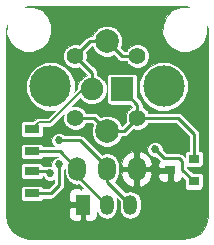
<source format=gtl>
%TF.GenerationSoftware,KiCad,Pcbnew,4.0.7-e2-6376~58~ubuntu16.04.1*%
%TF.CreationDate,2018-01-20T15:47:02+01:00*%
%TF.ProjectId,BasicModule,42617369634D6F64756C652E6B696361,rev?*%
%TF.FileFunction,Copper,L1,Top,Signal*%
%FSLAX46Y46*%
G04 Gerber Fmt 4.6, Leading zero omitted, Abs format (unit mm)*
G04 Created by KiCad (PCBNEW 4.0.7-e2-6376~58~ubuntu16.04.1) date Sat Jan 20 15:47:02 2018*
%MOMM*%
%LPD*%
G01*
G04 APERTURE LIST*
%ADD10C,0.100000*%
%ADD11R,1.200000X1.700000*%
%ADD12O,1.200000X1.700000*%
%ADD13C,1.407160*%
%ADD14C,2.000000*%
%ADD15O,1.500000X2.000000*%
%ADD16C,3.500000*%
%ADD17R,1.900000X2.000000*%
%ADD18C,1.900000*%
%ADD19R,0.900000X0.800000*%
%ADD20R,1.300000X0.700000*%
%ADD21C,0.685800*%
%ADD22C,0.254000*%
%ADD23C,0.152400*%
G04 APERTURE END LIST*
D10*
D11*
X6985000Y-17145000D03*
D12*
X8985000Y-17145000D03*
X10985000Y-17145000D03*
D13*
X6334760Y-9794240D03*
X6329680Y-4538980D03*
X11590020Y-4551680D03*
X11595100Y-9806940D03*
D14*
X9017000Y-10911840D03*
X9017000Y-3312160D03*
D15*
X6517000Y-14112000D03*
X9017000Y-14112000D03*
X11517000Y-14112000D03*
D16*
X4217000Y-7112000D03*
X13817000Y-7112000D03*
D17*
X10287000Y-7366000D03*
D18*
X7747000Y-7366000D03*
D19*
X16367000Y-15174000D03*
X16367000Y-13274000D03*
X14367000Y-14224000D03*
D20*
X2667000Y-14290000D03*
X2667000Y-16190000D03*
X2667000Y-10734000D03*
X2667000Y-12634000D03*
D21*
X13081000Y-12446000D03*
X4953000Y-13716000D03*
X4191000Y-14478000D03*
X4953000Y-11684000D03*
D22*
X11595100Y-9806940D02*
X15013940Y-9806940D01*
X16367000Y-11160000D02*
X16367000Y-13274000D01*
X15013940Y-9806940D02*
X16367000Y-11160000D01*
X11595100Y-9806940D02*
X11595100Y-8674100D01*
X11595100Y-8674100D02*
X10287000Y-7366000D01*
X9017000Y-10911840D02*
X10490200Y-10911840D01*
X10490200Y-10911840D02*
X11595100Y-9806940D01*
X6334760Y-9794240D02*
X7899400Y-9794240D01*
X7899400Y-9794240D02*
X9017000Y-10911840D01*
D23*
X7747000Y-7366000D02*
X6985000Y-7366000D01*
X6985000Y-7366000D02*
X4191000Y-10160000D01*
X3241000Y-10160000D02*
X2667000Y-10734000D01*
X4191000Y-10160000D02*
X3241000Y-10160000D01*
D22*
X7747000Y-7366000D02*
X7747000Y-5956300D01*
X7747000Y-5956300D02*
X6329680Y-4538980D01*
X11590020Y-4551680D02*
X10256520Y-4551680D01*
X10256520Y-4551680D02*
X9017000Y-3312160D01*
X9017000Y-3312160D02*
X7556500Y-3312160D01*
X7556500Y-3312160D02*
X6329680Y-4538980D01*
X11517000Y-14112000D02*
X14255000Y-14112000D01*
X14255000Y-14112000D02*
X14367000Y-14224000D01*
X6517000Y-14112000D02*
X6517000Y-14677000D01*
X6517000Y-14677000D02*
X8985000Y-17145000D01*
X6517000Y-14112000D02*
X6517000Y-14264000D01*
X9239000Y-16986000D02*
X9239000Y-17145000D01*
X2667000Y-12634000D02*
X5039000Y-12634000D01*
X5039000Y-12634000D02*
X6517000Y-14112000D01*
X6517000Y-14112000D02*
X6517000Y-14772000D01*
X2667000Y-16190000D02*
X4257000Y-16190000D01*
X15367000Y-14174000D02*
X16367000Y-15174000D01*
X15367000Y-13462000D02*
X15367000Y-14174000D01*
X15113000Y-13208000D02*
X15367000Y-13462000D01*
X13843000Y-13208000D02*
X15113000Y-13208000D01*
X13081000Y-12446000D02*
X13843000Y-13208000D01*
X4953000Y-15494000D02*
X4953000Y-13716000D01*
X4257000Y-16190000D02*
X4953000Y-15494000D01*
X9017000Y-14112000D02*
X9017000Y-15177000D01*
X9017000Y-15177000D02*
X10985000Y-17145000D01*
X9017000Y-14112000D02*
X9017000Y-13970000D01*
X9017000Y-13970000D02*
X6731000Y-11684000D01*
X4003000Y-14290000D02*
X2667000Y-14290000D01*
X4191000Y-14478000D02*
X4003000Y-14290000D01*
X6731000Y-11684000D02*
X4953000Y-11684000D01*
D10*
G36*
X15935874Y-382274D02*
X15243932Y-381670D01*
X14543879Y-670926D01*
X14007808Y-1206062D01*
X13717331Y-1905609D01*
X13716670Y-2663068D01*
X14005926Y-3363121D01*
X14541062Y-3899192D01*
X15240609Y-4189669D01*
X15998068Y-4190330D01*
X16698121Y-3901074D01*
X17234192Y-3365938D01*
X17524669Y-2666391D01*
X17525273Y-1973877D01*
X17593500Y-2316876D01*
X17593500Y-18121314D01*
X17396318Y-18887633D01*
X16934509Y-19502038D01*
X16272728Y-19892949D01*
X15471888Y-20006500D01*
X2325686Y-20006500D01*
X1559367Y-19809318D01*
X944962Y-19347509D01*
X554051Y-18685728D01*
X440500Y-17884888D01*
X440500Y-17488500D01*
X5827000Y-17488500D01*
X5827000Y-18105993D01*
X5911951Y-18311082D01*
X6068918Y-18468050D01*
X6274007Y-18553000D01*
X6641500Y-18553000D01*
X6781000Y-18413500D01*
X6781000Y-17349000D01*
X5966500Y-17349000D01*
X5827000Y-17488500D01*
X440500Y-17488500D01*
X440500Y-12284000D01*
X1707045Y-12284000D01*
X1707045Y-12984000D01*
X1728243Y-13096655D01*
X1794822Y-13200123D01*
X1896410Y-13269535D01*
X2017000Y-13293955D01*
X3317000Y-13293955D01*
X3429655Y-13272757D01*
X3533123Y-13206178D01*
X3602535Y-13104590D01*
X3610552Y-13065000D01*
X4860474Y-13065000D01*
X4864496Y-13069022D01*
X4824888Y-13068987D01*
X4587039Y-13167265D01*
X4404904Y-13349082D01*
X4306212Y-13586759D01*
X4305998Y-13831200D01*
X4062888Y-13830987D01*
X3995092Y-13859000D01*
X3611713Y-13859000D01*
X3605757Y-13827345D01*
X3539178Y-13723877D01*
X3437590Y-13654465D01*
X3317000Y-13630045D01*
X2017000Y-13630045D01*
X1904345Y-13651243D01*
X1800877Y-13717822D01*
X1731465Y-13819410D01*
X1707045Y-13940000D01*
X1707045Y-14640000D01*
X1728243Y-14752655D01*
X1794822Y-14856123D01*
X1896410Y-14925535D01*
X2017000Y-14949955D01*
X3317000Y-14949955D01*
X3429655Y-14928757D01*
X3533123Y-14862178D01*
X3602535Y-14760590D01*
X3604272Y-14752012D01*
X3642265Y-14843961D01*
X3824082Y-15026096D01*
X4061759Y-15124788D01*
X4319112Y-15125013D01*
X4522000Y-15041181D01*
X4522000Y-15315474D01*
X4078474Y-15759000D01*
X3611713Y-15759000D01*
X3605757Y-15727345D01*
X3539178Y-15623877D01*
X3437590Y-15554465D01*
X3317000Y-15530045D01*
X2017000Y-15530045D01*
X1904345Y-15551243D01*
X1800877Y-15617822D01*
X1731465Y-15719410D01*
X1707045Y-15840000D01*
X1707045Y-16540000D01*
X1728243Y-16652655D01*
X1794822Y-16756123D01*
X1896410Y-16825535D01*
X2017000Y-16849955D01*
X3317000Y-16849955D01*
X3429655Y-16828757D01*
X3533123Y-16762178D01*
X3602535Y-16660590D01*
X3610552Y-16621000D01*
X4257000Y-16621000D01*
X4421937Y-16588192D01*
X4561763Y-16494763D01*
X5257763Y-15798763D01*
X5351193Y-15658936D01*
X5384000Y-15494000D01*
X5384000Y-14199810D01*
X5463000Y-14120947D01*
X5463000Y-14387547D01*
X5543231Y-14790895D01*
X5771709Y-15132838D01*
X6113652Y-15361316D01*
X6517000Y-15441547D01*
X6646301Y-15415827D01*
X6967474Y-15737000D01*
X6780998Y-15737000D01*
X6780998Y-15876498D01*
X6641500Y-15737000D01*
X6274007Y-15737000D01*
X6068918Y-15821950D01*
X5911951Y-15978918D01*
X5827000Y-16184007D01*
X5827000Y-16801500D01*
X5966500Y-16941000D01*
X6781000Y-16941000D01*
X6781000Y-16921000D01*
X7189000Y-16921000D01*
X7189000Y-16941000D01*
X7209000Y-16941000D01*
X7209000Y-17349000D01*
X7189000Y-17349000D01*
X7189000Y-18413500D01*
X7328500Y-18553000D01*
X7695993Y-18553000D01*
X7901082Y-18468050D01*
X8058049Y-18311082D01*
X8143000Y-18105993D01*
X8143000Y-17729303D01*
X8149813Y-17763554D01*
X8345775Y-18056833D01*
X8639054Y-18252795D01*
X8985000Y-18321608D01*
X9330946Y-18252795D01*
X9624225Y-18056833D01*
X9820187Y-17763554D01*
X9889000Y-17417608D01*
X9889000Y-16872392D01*
X9835896Y-16605422D01*
X10084628Y-16854154D01*
X10081000Y-16872392D01*
X10081000Y-17417608D01*
X10149813Y-17763554D01*
X10345775Y-18056833D01*
X10639054Y-18252795D01*
X10985000Y-18321608D01*
X11330946Y-18252795D01*
X11624225Y-18056833D01*
X11820187Y-17763554D01*
X11889000Y-17417608D01*
X11889000Y-16872392D01*
X11820187Y-16526446D01*
X11624225Y-16233167D01*
X11330946Y-16037205D01*
X10985000Y-15968392D01*
X10639054Y-16037205D01*
X10547743Y-16098217D01*
X9654432Y-15204906D01*
X9762291Y-15132838D01*
X9990769Y-14790895D01*
X10044306Y-14521742D01*
X10214374Y-14521742D01*
X10374661Y-15008076D01*
X10708859Y-15396051D01*
X11113399Y-15606175D01*
X11313000Y-15512555D01*
X11313000Y-14316000D01*
X11721000Y-14316000D01*
X11721000Y-15512555D01*
X11920601Y-15606175D01*
X12325141Y-15396051D01*
X12659339Y-15008076D01*
X12805863Y-14563500D01*
X13359000Y-14563500D01*
X13359000Y-14734993D01*
X13443951Y-14940082D01*
X13600918Y-15097050D01*
X13806007Y-15182000D01*
X14023500Y-15182000D01*
X14163000Y-15042500D01*
X14163000Y-14424000D01*
X13498500Y-14424000D01*
X13359000Y-14563500D01*
X12805863Y-14563500D01*
X12819626Y-14521742D01*
X12689078Y-14316000D01*
X11721000Y-14316000D01*
X11313000Y-14316000D01*
X10344922Y-14316000D01*
X10214374Y-14521742D01*
X10044306Y-14521742D01*
X10071000Y-14387547D01*
X10071000Y-13836453D01*
X10044307Y-13702258D01*
X10214374Y-13702258D01*
X10344922Y-13908000D01*
X11313000Y-13908000D01*
X11313000Y-12711445D01*
X11721000Y-12711445D01*
X11721000Y-13908000D01*
X12689078Y-13908000D01*
X12819626Y-13702258D01*
X12659339Y-13215924D01*
X12325141Y-12827949D01*
X11920601Y-12617825D01*
X11721000Y-12711445D01*
X11313000Y-12711445D01*
X11113399Y-12617825D01*
X10708859Y-12827949D01*
X10374661Y-13215924D01*
X10214374Y-13702258D01*
X10044307Y-13702258D01*
X9990769Y-13433105D01*
X9762291Y-13091162D01*
X9420348Y-12862684D01*
X9017000Y-12782453D01*
X8613652Y-12862684D01*
X8557038Y-12900512D01*
X7035763Y-11379237D01*
X6981291Y-11342840D01*
X6895937Y-11285808D01*
X6731000Y-11253000D01*
X5436810Y-11253000D01*
X5319918Y-11135904D01*
X5082241Y-11037212D01*
X4824888Y-11036987D01*
X4587039Y-11135265D01*
X4404904Y-11317082D01*
X4306212Y-11554759D01*
X4305987Y-11812112D01*
X4404265Y-12049961D01*
X4557037Y-12203000D01*
X3611713Y-12203000D01*
X3605757Y-12171345D01*
X3539178Y-12067877D01*
X3437590Y-11998465D01*
X3317000Y-11974045D01*
X2017000Y-11974045D01*
X1904345Y-11995243D01*
X1800877Y-12061822D01*
X1731465Y-12163410D01*
X1707045Y-12284000D01*
X440500Y-12284000D01*
X440500Y-10384000D01*
X1707045Y-10384000D01*
X1707045Y-11084000D01*
X1728243Y-11196655D01*
X1794822Y-11300123D01*
X1896410Y-11369535D01*
X2017000Y-11393955D01*
X3317000Y-11393955D01*
X3429655Y-11372757D01*
X3533123Y-11306178D01*
X3602535Y-11204590D01*
X3626955Y-11084000D01*
X3626955Y-10540200D01*
X4191000Y-10540200D01*
X4336496Y-10511259D01*
X4459842Y-10428842D01*
X5349802Y-9538882D01*
X5327355Y-9592941D01*
X5327005Y-9993781D01*
X5480077Y-10364243D01*
X5763266Y-10647927D01*
X6133461Y-10801645D01*
X6534301Y-10801995D01*
X6904763Y-10648923D01*
X7188447Y-10365734D01*
X7246785Y-10225240D01*
X7720874Y-10225240D01*
X7840484Y-10344850D01*
X7713227Y-10651320D01*
X7712774Y-11170084D01*
X7910878Y-11649532D01*
X8277379Y-12016673D01*
X8756480Y-12215613D01*
X9275244Y-12216066D01*
X9754692Y-12017962D01*
X10121833Y-11651461D01*
X10249984Y-11342840D01*
X10490200Y-11342840D01*
X10655137Y-11310032D01*
X10794963Y-11216603D01*
X11254898Y-10756668D01*
X11393801Y-10814345D01*
X11794641Y-10814695D01*
X12165103Y-10661623D01*
X12448787Y-10378434D01*
X12507125Y-10237940D01*
X14835414Y-10237940D01*
X15936000Y-11338526D01*
X15936000Y-12564045D01*
X15917000Y-12564045D01*
X15804345Y-12585243D01*
X15700877Y-12651822D01*
X15631465Y-12753410D01*
X15607045Y-12874000D01*
X15607045Y-13092519D01*
X15417763Y-12903237D01*
X15357071Y-12862684D01*
X15277937Y-12809808D01*
X15113000Y-12777000D01*
X14021526Y-12777000D01*
X13727868Y-12483342D01*
X13728013Y-12317888D01*
X13629735Y-12080039D01*
X13447918Y-11897904D01*
X13210241Y-11799212D01*
X12952888Y-11798987D01*
X12715039Y-11897265D01*
X12532904Y-12079082D01*
X12434212Y-12316759D01*
X12433987Y-12574112D01*
X12532265Y-12811961D01*
X12714082Y-12994096D01*
X12951759Y-13092788D01*
X13118408Y-13092934D01*
X13488671Y-13463197D01*
X13443951Y-13507918D01*
X13359000Y-13713007D01*
X13359000Y-13884500D01*
X13498500Y-14024000D01*
X14163000Y-14024000D01*
X14163000Y-14000000D01*
X14571000Y-14000000D01*
X14571000Y-14024000D01*
X14591000Y-14024000D01*
X14591000Y-14424000D01*
X14571000Y-14424000D01*
X14571000Y-15042500D01*
X14710500Y-15182000D01*
X14927993Y-15182000D01*
X15133082Y-15097050D01*
X15290049Y-14940082D01*
X15358442Y-14774968D01*
X15607045Y-15023571D01*
X15607045Y-15574000D01*
X15628243Y-15686655D01*
X15694822Y-15790123D01*
X15796410Y-15859535D01*
X15917000Y-15883955D01*
X16817000Y-15883955D01*
X16929655Y-15862757D01*
X17033123Y-15796178D01*
X17102535Y-15694590D01*
X17126955Y-15574000D01*
X17126955Y-14774000D01*
X17105757Y-14661345D01*
X17039178Y-14557877D01*
X16937590Y-14488465D01*
X16817000Y-14464045D01*
X16266571Y-14464045D01*
X15798000Y-13995474D01*
X15798000Y-13959857D01*
X15917000Y-13983955D01*
X16817000Y-13983955D01*
X16929655Y-13962757D01*
X17033123Y-13896178D01*
X17102535Y-13794590D01*
X17126955Y-13674000D01*
X17126955Y-12874000D01*
X17105757Y-12761345D01*
X17039178Y-12657877D01*
X16937590Y-12588465D01*
X16817000Y-12564045D01*
X16798000Y-12564045D01*
X16798000Y-11160000D01*
X16765192Y-10995063D01*
X16671763Y-10855237D01*
X15318703Y-9502177D01*
X15299696Y-9489477D01*
X15178877Y-9408748D01*
X15013940Y-9375940D01*
X12507218Y-9375940D01*
X12449783Y-9236937D01*
X12166594Y-8953253D01*
X12026100Y-8894915D01*
X12026100Y-8674100D01*
X11993293Y-8509164D01*
X11899863Y-8369337D01*
X11546955Y-8016429D01*
X11546955Y-7518773D01*
X11762644Y-7518773D01*
X12074688Y-8273977D01*
X12651983Y-8852281D01*
X13406642Y-9165642D01*
X14223773Y-9166356D01*
X14978977Y-8854312D01*
X15557281Y-8277017D01*
X15870642Y-7522358D01*
X15871356Y-6705227D01*
X15559312Y-5950023D01*
X14982017Y-5371719D01*
X14227358Y-5058358D01*
X13410227Y-5057644D01*
X12655023Y-5369688D01*
X12076719Y-5946983D01*
X11763358Y-6701642D01*
X11762644Y-7518773D01*
X11546955Y-7518773D01*
X11546955Y-6366000D01*
X11525757Y-6253345D01*
X11459178Y-6149877D01*
X11357590Y-6080465D01*
X11237000Y-6056045D01*
X9337000Y-6056045D01*
X9224345Y-6077243D01*
X9120877Y-6143822D01*
X9051465Y-6245410D01*
X9027045Y-6366000D01*
X9027045Y-8366000D01*
X9048243Y-8478655D01*
X9114822Y-8582123D01*
X9216410Y-8651535D01*
X9337000Y-8675955D01*
X10987429Y-8675955D01*
X11164100Y-8852626D01*
X11164100Y-8894822D01*
X11025097Y-8952257D01*
X10741413Y-9235446D01*
X10587695Y-9605641D01*
X10587345Y-10006481D01*
X10645438Y-10147076D01*
X10311674Y-10480840D01*
X10249845Y-10480840D01*
X10123122Y-10174148D01*
X9756621Y-9807007D01*
X9277520Y-9608067D01*
X8758756Y-9607614D01*
X8449912Y-9735226D01*
X8204163Y-9489477D01*
X8064337Y-9396048D01*
X7899400Y-9363240D01*
X7246878Y-9363240D01*
X7189443Y-9224237D01*
X6906254Y-8940553D01*
X6536059Y-8786835D01*
X6135219Y-8786485D01*
X6078948Y-8809736D01*
X6748228Y-8140456D01*
X7035739Y-8428469D01*
X7496470Y-8619782D01*
X7995342Y-8620217D01*
X8456406Y-8429709D01*
X8809469Y-8077261D01*
X9000782Y-7616530D01*
X9001217Y-7117658D01*
X8810709Y-6656594D01*
X8458261Y-6303531D01*
X8178000Y-6187156D01*
X8178000Y-5956300D01*
X8145192Y-5791363D01*
X8051763Y-5651537D01*
X7279408Y-4879182D01*
X7337085Y-4740279D01*
X7337435Y-4339439D01*
X7279342Y-4198844D01*
X7735026Y-3743160D01*
X7784155Y-3743160D01*
X7910878Y-4049852D01*
X8277379Y-4416993D01*
X8756480Y-4615933D01*
X9275244Y-4616386D01*
X9584088Y-4488774D01*
X9951757Y-4856443D01*
X10091583Y-4949872D01*
X10256520Y-4982680D01*
X10677902Y-4982680D01*
X10735337Y-5121683D01*
X11018526Y-5405367D01*
X11388721Y-5559085D01*
X11789561Y-5559435D01*
X12160023Y-5406363D01*
X12443707Y-5123174D01*
X12597425Y-4752979D01*
X12597775Y-4352139D01*
X12444703Y-3981677D01*
X12161514Y-3697993D01*
X11791319Y-3544275D01*
X11390479Y-3543925D01*
X11020017Y-3696997D01*
X10736333Y-3980186D01*
X10677995Y-4120680D01*
X10435046Y-4120680D01*
X10193516Y-3879150D01*
X10320773Y-3572680D01*
X10321226Y-3053916D01*
X10123122Y-2574468D01*
X9756621Y-2207327D01*
X9277520Y-2008387D01*
X8758756Y-2007934D01*
X8279308Y-2206038D01*
X7912167Y-2572539D01*
X7784016Y-2881160D01*
X7556500Y-2881160D01*
X7391563Y-2913968D01*
X7251737Y-3007397D01*
X6669882Y-3589252D01*
X6530979Y-3531575D01*
X6130139Y-3531225D01*
X5759677Y-3684297D01*
X5475993Y-3967486D01*
X5322275Y-4337681D01*
X5321925Y-4738521D01*
X5474997Y-5108983D01*
X5758186Y-5392667D01*
X6128381Y-5546385D01*
X6529221Y-5546735D01*
X6669816Y-5488642D01*
X7316000Y-6134826D01*
X7316000Y-6187256D01*
X7037594Y-6302291D01*
X6684531Y-6654739D01*
X6493218Y-7115470D01*
X6493039Y-7320277D01*
X6256216Y-7557100D01*
X6270642Y-7522358D01*
X6271356Y-6705227D01*
X5959312Y-5950023D01*
X5382017Y-5371719D01*
X4627358Y-5058358D01*
X3810227Y-5057644D01*
X3055023Y-5369688D01*
X2476719Y-5946983D01*
X2163358Y-6701642D01*
X2162644Y-7518773D01*
X2474688Y-8273977D01*
X3051983Y-8852281D01*
X3806642Y-9165642D01*
X4623773Y-9166356D01*
X4663287Y-9150029D01*
X4033516Y-9779800D01*
X3241000Y-9779800D01*
X3095504Y-9808741D01*
X2972158Y-9891158D01*
X2789271Y-10074045D01*
X2017000Y-10074045D01*
X1904345Y-10095243D01*
X1800877Y-10161822D01*
X1731465Y-10263410D01*
X1707045Y-10384000D01*
X440500Y-10384000D01*
X440500Y-2435112D01*
X509292Y-1949943D01*
X508670Y-2663068D01*
X797926Y-3363121D01*
X1333062Y-3899192D01*
X2032609Y-4189669D01*
X2790068Y-4190330D01*
X3490121Y-3901074D01*
X4026192Y-3365938D01*
X4316669Y-2666391D01*
X4317330Y-1908932D01*
X4028074Y-1208879D01*
X3492938Y-672808D01*
X2793391Y-382331D01*
X2060670Y-381692D01*
X2325686Y-313500D01*
X15590124Y-313500D01*
X15935874Y-382274D01*
X15935874Y-382274D01*
G37*
X15935874Y-382274D02*
X15243932Y-381670D01*
X14543879Y-670926D01*
X14007808Y-1206062D01*
X13717331Y-1905609D01*
X13716670Y-2663068D01*
X14005926Y-3363121D01*
X14541062Y-3899192D01*
X15240609Y-4189669D01*
X15998068Y-4190330D01*
X16698121Y-3901074D01*
X17234192Y-3365938D01*
X17524669Y-2666391D01*
X17525273Y-1973877D01*
X17593500Y-2316876D01*
X17593500Y-18121314D01*
X17396318Y-18887633D01*
X16934509Y-19502038D01*
X16272728Y-19892949D01*
X15471888Y-20006500D01*
X2325686Y-20006500D01*
X1559367Y-19809318D01*
X944962Y-19347509D01*
X554051Y-18685728D01*
X440500Y-17884888D01*
X440500Y-17488500D01*
X5827000Y-17488500D01*
X5827000Y-18105993D01*
X5911951Y-18311082D01*
X6068918Y-18468050D01*
X6274007Y-18553000D01*
X6641500Y-18553000D01*
X6781000Y-18413500D01*
X6781000Y-17349000D01*
X5966500Y-17349000D01*
X5827000Y-17488500D01*
X440500Y-17488500D01*
X440500Y-12284000D01*
X1707045Y-12284000D01*
X1707045Y-12984000D01*
X1728243Y-13096655D01*
X1794822Y-13200123D01*
X1896410Y-13269535D01*
X2017000Y-13293955D01*
X3317000Y-13293955D01*
X3429655Y-13272757D01*
X3533123Y-13206178D01*
X3602535Y-13104590D01*
X3610552Y-13065000D01*
X4860474Y-13065000D01*
X4864496Y-13069022D01*
X4824888Y-13068987D01*
X4587039Y-13167265D01*
X4404904Y-13349082D01*
X4306212Y-13586759D01*
X4305998Y-13831200D01*
X4062888Y-13830987D01*
X3995092Y-13859000D01*
X3611713Y-13859000D01*
X3605757Y-13827345D01*
X3539178Y-13723877D01*
X3437590Y-13654465D01*
X3317000Y-13630045D01*
X2017000Y-13630045D01*
X1904345Y-13651243D01*
X1800877Y-13717822D01*
X1731465Y-13819410D01*
X1707045Y-13940000D01*
X1707045Y-14640000D01*
X1728243Y-14752655D01*
X1794822Y-14856123D01*
X1896410Y-14925535D01*
X2017000Y-14949955D01*
X3317000Y-14949955D01*
X3429655Y-14928757D01*
X3533123Y-14862178D01*
X3602535Y-14760590D01*
X3604272Y-14752012D01*
X3642265Y-14843961D01*
X3824082Y-15026096D01*
X4061759Y-15124788D01*
X4319112Y-15125013D01*
X4522000Y-15041181D01*
X4522000Y-15315474D01*
X4078474Y-15759000D01*
X3611713Y-15759000D01*
X3605757Y-15727345D01*
X3539178Y-15623877D01*
X3437590Y-15554465D01*
X3317000Y-15530045D01*
X2017000Y-15530045D01*
X1904345Y-15551243D01*
X1800877Y-15617822D01*
X1731465Y-15719410D01*
X1707045Y-15840000D01*
X1707045Y-16540000D01*
X1728243Y-16652655D01*
X1794822Y-16756123D01*
X1896410Y-16825535D01*
X2017000Y-16849955D01*
X3317000Y-16849955D01*
X3429655Y-16828757D01*
X3533123Y-16762178D01*
X3602535Y-16660590D01*
X3610552Y-16621000D01*
X4257000Y-16621000D01*
X4421937Y-16588192D01*
X4561763Y-16494763D01*
X5257763Y-15798763D01*
X5351193Y-15658936D01*
X5384000Y-15494000D01*
X5384000Y-14199810D01*
X5463000Y-14120947D01*
X5463000Y-14387547D01*
X5543231Y-14790895D01*
X5771709Y-15132838D01*
X6113652Y-15361316D01*
X6517000Y-15441547D01*
X6646301Y-15415827D01*
X6967474Y-15737000D01*
X6780998Y-15737000D01*
X6780998Y-15876498D01*
X6641500Y-15737000D01*
X6274007Y-15737000D01*
X6068918Y-15821950D01*
X5911951Y-15978918D01*
X5827000Y-16184007D01*
X5827000Y-16801500D01*
X5966500Y-16941000D01*
X6781000Y-16941000D01*
X6781000Y-16921000D01*
X7189000Y-16921000D01*
X7189000Y-16941000D01*
X7209000Y-16941000D01*
X7209000Y-17349000D01*
X7189000Y-17349000D01*
X7189000Y-18413500D01*
X7328500Y-18553000D01*
X7695993Y-18553000D01*
X7901082Y-18468050D01*
X8058049Y-18311082D01*
X8143000Y-18105993D01*
X8143000Y-17729303D01*
X8149813Y-17763554D01*
X8345775Y-18056833D01*
X8639054Y-18252795D01*
X8985000Y-18321608D01*
X9330946Y-18252795D01*
X9624225Y-18056833D01*
X9820187Y-17763554D01*
X9889000Y-17417608D01*
X9889000Y-16872392D01*
X9835896Y-16605422D01*
X10084628Y-16854154D01*
X10081000Y-16872392D01*
X10081000Y-17417608D01*
X10149813Y-17763554D01*
X10345775Y-18056833D01*
X10639054Y-18252795D01*
X10985000Y-18321608D01*
X11330946Y-18252795D01*
X11624225Y-18056833D01*
X11820187Y-17763554D01*
X11889000Y-17417608D01*
X11889000Y-16872392D01*
X11820187Y-16526446D01*
X11624225Y-16233167D01*
X11330946Y-16037205D01*
X10985000Y-15968392D01*
X10639054Y-16037205D01*
X10547743Y-16098217D01*
X9654432Y-15204906D01*
X9762291Y-15132838D01*
X9990769Y-14790895D01*
X10044306Y-14521742D01*
X10214374Y-14521742D01*
X10374661Y-15008076D01*
X10708859Y-15396051D01*
X11113399Y-15606175D01*
X11313000Y-15512555D01*
X11313000Y-14316000D01*
X11721000Y-14316000D01*
X11721000Y-15512555D01*
X11920601Y-15606175D01*
X12325141Y-15396051D01*
X12659339Y-15008076D01*
X12805863Y-14563500D01*
X13359000Y-14563500D01*
X13359000Y-14734993D01*
X13443951Y-14940082D01*
X13600918Y-15097050D01*
X13806007Y-15182000D01*
X14023500Y-15182000D01*
X14163000Y-15042500D01*
X14163000Y-14424000D01*
X13498500Y-14424000D01*
X13359000Y-14563500D01*
X12805863Y-14563500D01*
X12819626Y-14521742D01*
X12689078Y-14316000D01*
X11721000Y-14316000D01*
X11313000Y-14316000D01*
X10344922Y-14316000D01*
X10214374Y-14521742D01*
X10044306Y-14521742D01*
X10071000Y-14387547D01*
X10071000Y-13836453D01*
X10044307Y-13702258D01*
X10214374Y-13702258D01*
X10344922Y-13908000D01*
X11313000Y-13908000D01*
X11313000Y-12711445D01*
X11721000Y-12711445D01*
X11721000Y-13908000D01*
X12689078Y-13908000D01*
X12819626Y-13702258D01*
X12659339Y-13215924D01*
X12325141Y-12827949D01*
X11920601Y-12617825D01*
X11721000Y-12711445D01*
X11313000Y-12711445D01*
X11113399Y-12617825D01*
X10708859Y-12827949D01*
X10374661Y-13215924D01*
X10214374Y-13702258D01*
X10044307Y-13702258D01*
X9990769Y-13433105D01*
X9762291Y-13091162D01*
X9420348Y-12862684D01*
X9017000Y-12782453D01*
X8613652Y-12862684D01*
X8557038Y-12900512D01*
X7035763Y-11379237D01*
X6981291Y-11342840D01*
X6895937Y-11285808D01*
X6731000Y-11253000D01*
X5436810Y-11253000D01*
X5319918Y-11135904D01*
X5082241Y-11037212D01*
X4824888Y-11036987D01*
X4587039Y-11135265D01*
X4404904Y-11317082D01*
X4306212Y-11554759D01*
X4305987Y-11812112D01*
X4404265Y-12049961D01*
X4557037Y-12203000D01*
X3611713Y-12203000D01*
X3605757Y-12171345D01*
X3539178Y-12067877D01*
X3437590Y-11998465D01*
X3317000Y-11974045D01*
X2017000Y-11974045D01*
X1904345Y-11995243D01*
X1800877Y-12061822D01*
X1731465Y-12163410D01*
X1707045Y-12284000D01*
X440500Y-12284000D01*
X440500Y-10384000D01*
X1707045Y-10384000D01*
X1707045Y-11084000D01*
X1728243Y-11196655D01*
X1794822Y-11300123D01*
X1896410Y-11369535D01*
X2017000Y-11393955D01*
X3317000Y-11393955D01*
X3429655Y-11372757D01*
X3533123Y-11306178D01*
X3602535Y-11204590D01*
X3626955Y-11084000D01*
X3626955Y-10540200D01*
X4191000Y-10540200D01*
X4336496Y-10511259D01*
X4459842Y-10428842D01*
X5349802Y-9538882D01*
X5327355Y-9592941D01*
X5327005Y-9993781D01*
X5480077Y-10364243D01*
X5763266Y-10647927D01*
X6133461Y-10801645D01*
X6534301Y-10801995D01*
X6904763Y-10648923D01*
X7188447Y-10365734D01*
X7246785Y-10225240D01*
X7720874Y-10225240D01*
X7840484Y-10344850D01*
X7713227Y-10651320D01*
X7712774Y-11170084D01*
X7910878Y-11649532D01*
X8277379Y-12016673D01*
X8756480Y-12215613D01*
X9275244Y-12216066D01*
X9754692Y-12017962D01*
X10121833Y-11651461D01*
X10249984Y-11342840D01*
X10490200Y-11342840D01*
X10655137Y-11310032D01*
X10794963Y-11216603D01*
X11254898Y-10756668D01*
X11393801Y-10814345D01*
X11794641Y-10814695D01*
X12165103Y-10661623D01*
X12448787Y-10378434D01*
X12507125Y-10237940D01*
X14835414Y-10237940D01*
X15936000Y-11338526D01*
X15936000Y-12564045D01*
X15917000Y-12564045D01*
X15804345Y-12585243D01*
X15700877Y-12651822D01*
X15631465Y-12753410D01*
X15607045Y-12874000D01*
X15607045Y-13092519D01*
X15417763Y-12903237D01*
X15357071Y-12862684D01*
X15277937Y-12809808D01*
X15113000Y-12777000D01*
X14021526Y-12777000D01*
X13727868Y-12483342D01*
X13728013Y-12317888D01*
X13629735Y-12080039D01*
X13447918Y-11897904D01*
X13210241Y-11799212D01*
X12952888Y-11798987D01*
X12715039Y-11897265D01*
X12532904Y-12079082D01*
X12434212Y-12316759D01*
X12433987Y-12574112D01*
X12532265Y-12811961D01*
X12714082Y-12994096D01*
X12951759Y-13092788D01*
X13118408Y-13092934D01*
X13488671Y-13463197D01*
X13443951Y-13507918D01*
X13359000Y-13713007D01*
X13359000Y-13884500D01*
X13498500Y-14024000D01*
X14163000Y-14024000D01*
X14163000Y-14000000D01*
X14571000Y-14000000D01*
X14571000Y-14024000D01*
X14591000Y-14024000D01*
X14591000Y-14424000D01*
X14571000Y-14424000D01*
X14571000Y-15042500D01*
X14710500Y-15182000D01*
X14927993Y-15182000D01*
X15133082Y-15097050D01*
X15290049Y-14940082D01*
X15358442Y-14774968D01*
X15607045Y-15023571D01*
X15607045Y-15574000D01*
X15628243Y-15686655D01*
X15694822Y-15790123D01*
X15796410Y-15859535D01*
X15917000Y-15883955D01*
X16817000Y-15883955D01*
X16929655Y-15862757D01*
X17033123Y-15796178D01*
X17102535Y-15694590D01*
X17126955Y-15574000D01*
X17126955Y-14774000D01*
X17105757Y-14661345D01*
X17039178Y-14557877D01*
X16937590Y-14488465D01*
X16817000Y-14464045D01*
X16266571Y-14464045D01*
X15798000Y-13995474D01*
X15798000Y-13959857D01*
X15917000Y-13983955D01*
X16817000Y-13983955D01*
X16929655Y-13962757D01*
X17033123Y-13896178D01*
X17102535Y-13794590D01*
X17126955Y-13674000D01*
X17126955Y-12874000D01*
X17105757Y-12761345D01*
X17039178Y-12657877D01*
X16937590Y-12588465D01*
X16817000Y-12564045D01*
X16798000Y-12564045D01*
X16798000Y-11160000D01*
X16765192Y-10995063D01*
X16671763Y-10855237D01*
X15318703Y-9502177D01*
X15299696Y-9489477D01*
X15178877Y-9408748D01*
X15013940Y-9375940D01*
X12507218Y-9375940D01*
X12449783Y-9236937D01*
X12166594Y-8953253D01*
X12026100Y-8894915D01*
X12026100Y-8674100D01*
X11993293Y-8509164D01*
X11899863Y-8369337D01*
X11546955Y-8016429D01*
X11546955Y-7518773D01*
X11762644Y-7518773D01*
X12074688Y-8273977D01*
X12651983Y-8852281D01*
X13406642Y-9165642D01*
X14223773Y-9166356D01*
X14978977Y-8854312D01*
X15557281Y-8277017D01*
X15870642Y-7522358D01*
X15871356Y-6705227D01*
X15559312Y-5950023D01*
X14982017Y-5371719D01*
X14227358Y-5058358D01*
X13410227Y-5057644D01*
X12655023Y-5369688D01*
X12076719Y-5946983D01*
X11763358Y-6701642D01*
X11762644Y-7518773D01*
X11546955Y-7518773D01*
X11546955Y-6366000D01*
X11525757Y-6253345D01*
X11459178Y-6149877D01*
X11357590Y-6080465D01*
X11237000Y-6056045D01*
X9337000Y-6056045D01*
X9224345Y-6077243D01*
X9120877Y-6143822D01*
X9051465Y-6245410D01*
X9027045Y-6366000D01*
X9027045Y-8366000D01*
X9048243Y-8478655D01*
X9114822Y-8582123D01*
X9216410Y-8651535D01*
X9337000Y-8675955D01*
X10987429Y-8675955D01*
X11164100Y-8852626D01*
X11164100Y-8894822D01*
X11025097Y-8952257D01*
X10741413Y-9235446D01*
X10587695Y-9605641D01*
X10587345Y-10006481D01*
X10645438Y-10147076D01*
X10311674Y-10480840D01*
X10249845Y-10480840D01*
X10123122Y-10174148D01*
X9756621Y-9807007D01*
X9277520Y-9608067D01*
X8758756Y-9607614D01*
X8449912Y-9735226D01*
X8204163Y-9489477D01*
X8064337Y-9396048D01*
X7899400Y-9363240D01*
X7246878Y-9363240D01*
X7189443Y-9224237D01*
X6906254Y-8940553D01*
X6536059Y-8786835D01*
X6135219Y-8786485D01*
X6078948Y-8809736D01*
X6748228Y-8140456D01*
X7035739Y-8428469D01*
X7496470Y-8619782D01*
X7995342Y-8620217D01*
X8456406Y-8429709D01*
X8809469Y-8077261D01*
X9000782Y-7616530D01*
X9001217Y-7117658D01*
X8810709Y-6656594D01*
X8458261Y-6303531D01*
X8178000Y-6187156D01*
X8178000Y-5956300D01*
X8145192Y-5791363D01*
X8051763Y-5651537D01*
X7279408Y-4879182D01*
X7337085Y-4740279D01*
X7337435Y-4339439D01*
X7279342Y-4198844D01*
X7735026Y-3743160D01*
X7784155Y-3743160D01*
X7910878Y-4049852D01*
X8277379Y-4416993D01*
X8756480Y-4615933D01*
X9275244Y-4616386D01*
X9584088Y-4488774D01*
X9951757Y-4856443D01*
X10091583Y-4949872D01*
X10256520Y-4982680D01*
X10677902Y-4982680D01*
X10735337Y-5121683D01*
X11018526Y-5405367D01*
X11388721Y-5559085D01*
X11789561Y-5559435D01*
X12160023Y-5406363D01*
X12443707Y-5123174D01*
X12597425Y-4752979D01*
X12597775Y-4352139D01*
X12444703Y-3981677D01*
X12161514Y-3697993D01*
X11791319Y-3544275D01*
X11390479Y-3543925D01*
X11020017Y-3696997D01*
X10736333Y-3980186D01*
X10677995Y-4120680D01*
X10435046Y-4120680D01*
X10193516Y-3879150D01*
X10320773Y-3572680D01*
X10321226Y-3053916D01*
X10123122Y-2574468D01*
X9756621Y-2207327D01*
X9277520Y-2008387D01*
X8758756Y-2007934D01*
X8279308Y-2206038D01*
X7912167Y-2572539D01*
X7784016Y-2881160D01*
X7556500Y-2881160D01*
X7391563Y-2913968D01*
X7251737Y-3007397D01*
X6669882Y-3589252D01*
X6530979Y-3531575D01*
X6130139Y-3531225D01*
X5759677Y-3684297D01*
X5475993Y-3967486D01*
X5322275Y-4337681D01*
X5321925Y-4738521D01*
X5474997Y-5108983D01*
X5758186Y-5392667D01*
X6128381Y-5546385D01*
X6529221Y-5546735D01*
X6669816Y-5488642D01*
X7316000Y-6134826D01*
X7316000Y-6187256D01*
X7037594Y-6302291D01*
X6684531Y-6654739D01*
X6493218Y-7115470D01*
X6493039Y-7320277D01*
X6256216Y-7557100D01*
X6270642Y-7522358D01*
X6271356Y-6705227D01*
X5959312Y-5950023D01*
X5382017Y-5371719D01*
X4627358Y-5058358D01*
X3810227Y-5057644D01*
X3055023Y-5369688D01*
X2476719Y-5946983D01*
X2163358Y-6701642D01*
X2162644Y-7518773D01*
X2474688Y-8273977D01*
X3051983Y-8852281D01*
X3806642Y-9165642D01*
X4623773Y-9166356D01*
X4663287Y-9150029D01*
X4033516Y-9779800D01*
X3241000Y-9779800D01*
X3095504Y-9808741D01*
X2972158Y-9891158D01*
X2789271Y-10074045D01*
X2017000Y-10074045D01*
X1904345Y-10095243D01*
X1800877Y-10161822D01*
X1731465Y-10263410D01*
X1707045Y-10384000D01*
X440500Y-10384000D01*
X440500Y-2435112D01*
X509292Y-1949943D01*
X508670Y-2663068D01*
X797926Y-3363121D01*
X1333062Y-3899192D01*
X2032609Y-4189669D01*
X2790068Y-4190330D01*
X3490121Y-3901074D01*
X4026192Y-3365938D01*
X4316669Y-2666391D01*
X4317330Y-1908932D01*
X4028074Y-1208879D01*
X3492938Y-672808D01*
X2793391Y-382331D01*
X2060670Y-381692D01*
X2325686Y-313500D01*
X15590124Y-313500D01*
X15935874Y-382274D01*
M02*

</source>
